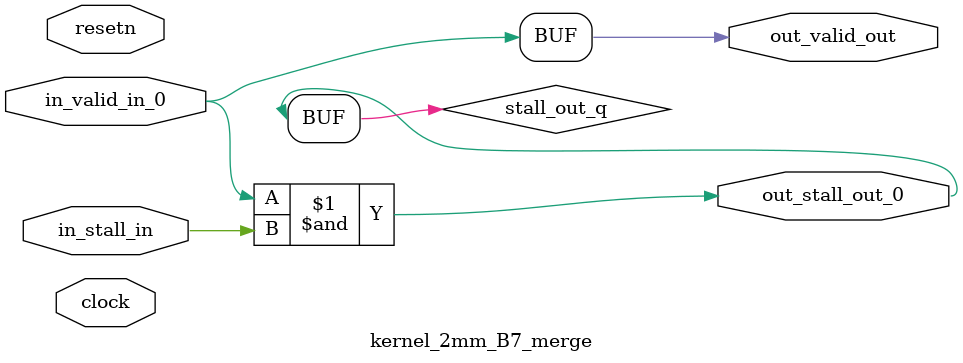
<source format=sv>



(* altera_attribute = "-name AUTO_SHIFT_REGISTER_RECOGNITION OFF; -name MESSAGE_DISABLE 10036; -name MESSAGE_DISABLE 10037; -name MESSAGE_DISABLE 14130; -name MESSAGE_DISABLE 14320; -name MESSAGE_DISABLE 15400; -name MESSAGE_DISABLE 14130; -name MESSAGE_DISABLE 10036; -name MESSAGE_DISABLE 12020; -name MESSAGE_DISABLE 12030; -name MESSAGE_DISABLE 12010; -name MESSAGE_DISABLE 12110; -name MESSAGE_DISABLE 14320; -name MESSAGE_DISABLE 13410; -name MESSAGE_DISABLE 113007; -name MESSAGE_DISABLE 10958" *)
module kernel_2mm_B7_merge (
    input wire [0:0] in_stall_in,
    input wire [0:0] in_valid_in_0,
    output wire [0:0] out_stall_out_0,
    output wire [0:0] out_valid_out,
    input wire clock,
    input wire resetn
    );

    wire [0:0] stall_out_q;


    // stall_out(LOGICAL,6)
    assign stall_out_q = in_valid_in_0 & in_stall_in;

    // out_stall_out_0(GPOUT,4)
    assign out_stall_out_0 = stall_out_q;

    // out_valid_out(GPOUT,5)
    assign out_valid_out = in_valid_in_0;

endmodule

</source>
